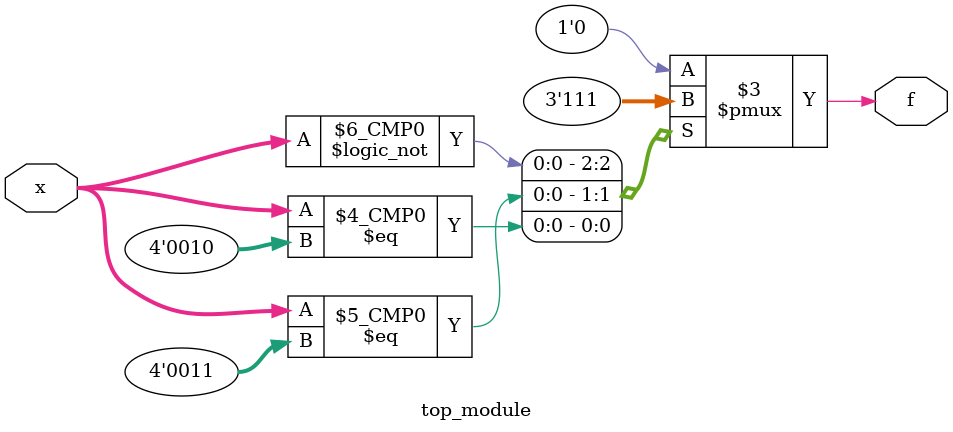
<source format=sv>
module top_module (
	input [4:1] x,
	output logic f
);

    always_comb begin
        case (x)
            // 00
            4'b0000: f = 1;
            // 01
            4'b0001: f = 0;
            // 11
            4'b0011: f = 1;
            // 10
            4'b0010: f = 1;
            // default
            default: f = 0;
        endcase
    end

endmodule

</source>
